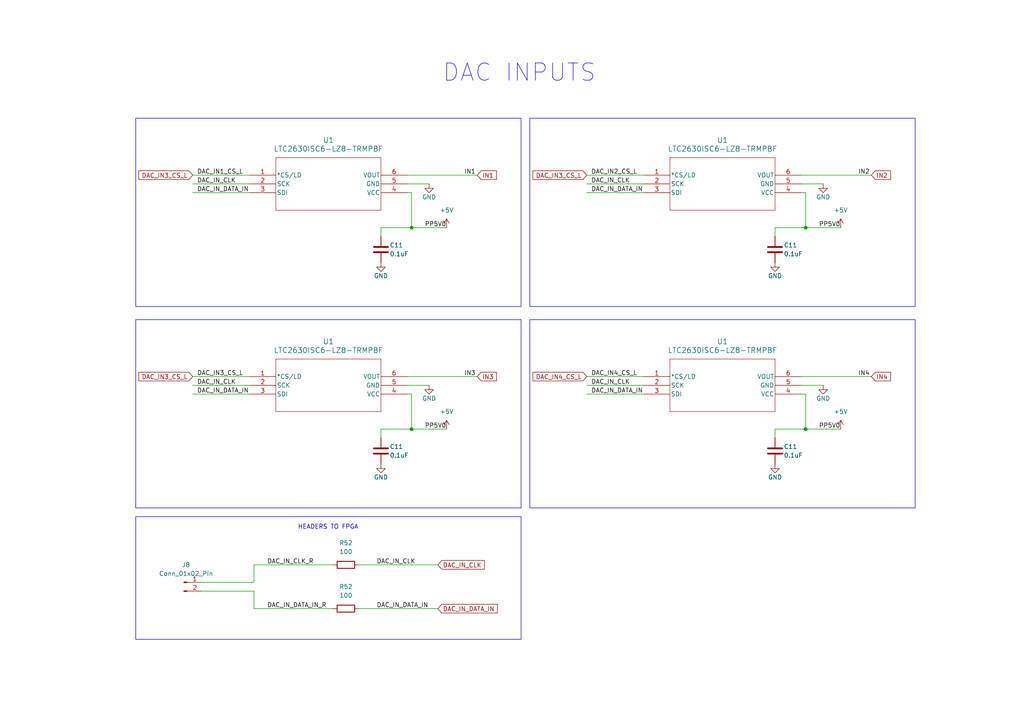
<source format=kicad_sch>
(kicad_sch (version 20230121) (generator eeschema)
  (paper "A4")
  (lib_symbols
    (symbol "Connector:Conn_01x02_Pin" (pin_names (offset 1.016) hide)
      (property "Reference" "J" (at 0 2.54 0))
      (property "Value" "Conn_01x02_Pin" (at 0 -5.08 0))
      (symbol "Conn_01x02_Pin_1_1"
        (polyline (pts (xy 1.27 -2.54) (xy 0.8636 -2.54)) (stroke (width 0.1524)))
        (polyline (pts (xy 1.27 0) (xy 0.8636 0)) (stroke (width 0.1524)))
        (rectangle (start 0.8636 -2.413) (end 0 -2.667) (stroke (width 0.1524)) (fill (type outline)))
        (rectangle (start 0.8636 0.127) (end 0 -0.127) (stroke (width 0.1524)) (fill (type outline)))
        (pin passive line (at 5.08 0 180) (length 3.81) (name "Pin_1") (number "1"))
        (pin passive line (at 5.08 -2.54 180) (length 3.81) (name "Pin_2") (number "2"))
      )
    )
    (symbol "Device:C" (pin_numbers hide) (pin_names (offset 0.254))
      (property "Reference" "C" (at 0.635 2.54 0))
      (property "Value" "C" (at 0.635 -2.54 0))
      (symbol "C_0_1"
        (polyline (pts (xy -2.032 -0.762) (xy 2.032 -0.762)) (stroke (width 0.508)))
        (polyline (pts (xy -2.032 0.762) (xy 2.032 0.762)) (stroke (width 0.508)))
      )
      (symbol "C_1_1"
        (pin passive line (at 0 3.81 270) (length 2.794) (name "~") (number "1"))
        (pin passive line (at 0 -3.81 90) (length 2.794) (name "~") (number "2"))
      )
    )
    (symbol "Device:R" (pin_numbers hide) (pin_names (offset 0))
      (property "Reference" "R" (at 2.032 0 90))
      (property "Value" "R" (at 0 0 90))
      (symbol "R_0_1"
        (rectangle (start -1.016 -2.54) (end 1.016 2.54) (stroke (width 0.254)))
      )
      (symbol "R_1_1"
        (pin passive line (at 0 3.81 270) (length 1.27) (name "~") (number "1"))
        (pin passive line (at 0 -3.81 90) (length 1.27) (name "~") (number "2"))
      )
    )
    (symbol "LTC2630ISC6-LZ8#TRMPBF:LTC2630ISC6-LZ8-TRMPBF" (pin_names (offset 0.254))
      (property "Reference" "U" (at 22.86 10.16 0))
      (property "Value" "LTC2630ISC6-LZ8-TRMPBF" (at 22.86 7.62 0))
      (symbol "LTC2630ISC6-LZ8-TRMPBF_0_1"
        (polyline (pts (xy 7.62 -10.16) (xy 38.1 -10.16)) (stroke (width 0.127)))
        (polyline (pts (xy 7.62 5.08) (xy 7.62 -10.16)) (stroke (width 0.127)))
        (polyline (pts (xy 38.1 -10.16) (xy 38.1 5.08)) (stroke (width 0.127)))
        (polyline (pts (xy 38.1 5.08) (xy 7.62 5.08)) (stroke (width 0.127)))
        (pin input line (at 0 0 0) (length 7.62) (name "*CS/LD") (number "1"))
        (pin input line (at 0 -2.54 0) (length 7.62) (name "SCK") (number "2"))
        (pin input line (at 0 -5.08 0) (length 7.62) (name "SDI") (number "3"))
        (pin power_in line (at 45.72 -5.08 180) (length 7.62) (name "VCC") (number "4"))
        (pin power_out line (at 45.72 -2.54 180) (length 7.62) (name "GND") (number "5"))
        (pin output line (at 45.72 0 180) (length 7.62) (name "VOUT") (number "6"))
      )
    )
    (symbol "power:+5V" (power) (pin_names (offset 0))
      (property "Value" "+5V" (at 0 3.556 0))
      (symbol "+5V_0_1"
        (polyline (pts (xy -0.762 1.27) (xy 0 2.54)))
        (polyline (pts (xy 0 0) (xy 0 2.54)))
        (polyline (pts (xy 0 2.54) (xy 0.762 1.27)))
      )
      (symbol "+5V_1_1"
        (pin power_in line (at 0 0 90) (length 0) hide (name "+5V") (number "1"))
      )
    )
    (symbol "power:GND" (power) (pin_names (offset 0))
      (property "Value" "GND" (at 0 -3.81 0))
      (symbol "GND_0_1"
        (polyline (pts (xy 0 0) (xy 0 -1.27) (xy 1.27 -1.27) (xy 0 -2.54) (xy -1.27 -1.27) (xy 0 -1.27)))
      )
      (symbol "GND_1_1"
        (pin power_in line (at 0 0 270) (length 0) hide (name "GND") (number "1"))
      )
    )
  )
  (junction (at 233.68 124.46))
  (junction (at 119.38 124.46))
  (junction (at 233.68 66.04))
  (junction (at 119.38 66.04))
  (wire (pts (xy 170.18 55.88) (xy 186.69 55.88)))
  (wire (pts (xy 232.41 109.22) (xy 252.73 109.22)))
  (wire (pts (xy 224.79 124.46) (xy 224.79 127)))
  (wire (pts (xy 170.18 50.8) (xy 186.69 50.8)))
  (wire (pts (xy 104.14 163.83) (xy 127 163.83)))
  (wire (pts (xy 119.38 124.46) (xy 129.54 124.46)))
  (wire (pts (xy 73.66 176.53) (xy 96.52 176.53)))
  (wire (pts (xy 118.11 109.22) (xy 138.43 109.22)))
  (wire (pts (xy 119.38 114.3) (xy 119.38 124.46)))
  (wire (pts (xy 224.79 66.04) (xy 224.79 68.58)))
  (wire (pts (xy 73.66 163.83) (xy 96.52 163.83)))
  (wire (pts (xy 58.42 171.45) (xy 73.66 171.45)))
  (wire (pts (xy 224.79 66.04) (xy 233.68 66.04)))
  (wire (pts (xy 119.38 114.3) (xy 118.11 114.3)))
  (wire (pts (xy 232.41 111.76) (xy 238.76 111.76)))
  (wire (pts (xy 55.88 111.76) (xy 72.39 111.76)))
  (wire (pts (xy 119.38 55.88) (xy 118.11 55.88)))
  (wire (pts (xy 233.68 55.88) (xy 232.41 55.88)))
  (wire (pts (xy 104.14 176.53) (xy 127 176.53)))
  (wire (pts (xy 170.18 53.34) (xy 186.69 53.34)))
  (wire (pts (xy 110.49 66.04) (xy 119.38 66.04)))
  (wire (pts (xy 233.68 124.46) (xy 243.84 124.46)))
  (wire (pts (xy 55.88 53.34) (xy 72.39 53.34)))
  (wire (pts (xy 233.68 114.3) (xy 232.41 114.3)))
  (wire (pts (xy 232.41 50.8) (xy 252.73 50.8)))
  (wire (pts (xy 110.49 66.04) (xy 110.49 68.58)))
  (wire (pts (xy 119.38 66.04) (xy 129.54 66.04)))
  (wire (pts (xy 110.49 124.46) (xy 119.38 124.46)))
  (wire (pts (xy 170.18 109.22) (xy 186.69 109.22)))
  (wire (pts (xy 224.79 124.46) (xy 233.68 124.46)))
  (wire (pts (xy 58.42 168.91) (xy 73.66 168.91)))
  (wire (pts (xy 55.88 114.3) (xy 72.39 114.3)))
  (wire (pts (xy 73.66 168.91) (xy 73.66 163.83)))
  (wire (pts (xy 170.18 111.76) (xy 186.69 111.76)))
  (wire (pts (xy 233.68 55.88) (xy 233.68 66.04)))
  (wire (pts (xy 55.88 109.22) (xy 72.39 109.22)))
  (wire (pts (xy 118.11 53.34) (xy 124.46 53.34)))
  (wire (pts (xy 233.68 66.04) (xy 243.84 66.04)))
  (wire (pts (xy 119.38 55.88) (xy 119.38 66.04)))
  (wire (pts (xy 232.41 53.34) (xy 238.76 53.34)))
  (wire (pts (xy 118.11 111.76) (xy 124.46 111.76)))
  (wire (pts (xy 73.66 171.45) (xy 73.66 176.53)))
  (wire (pts (xy 233.68 114.3) (xy 233.68 124.46)))
  (wire (pts (xy 55.88 55.88) (xy 72.39 55.88)))
  (wire (pts (xy 170.18 114.3) (xy 186.69 114.3)))
  (wire (pts (xy 55.88 50.8) (xy 72.39 50.8)))
  (wire (pts (xy 110.49 124.46) (xy 110.49 127)))
  (wire (pts (xy 118.11 50.8) (xy 138.43 50.8)))
  (rectangle (start 153.67 92.71) (end 265.43 147.32))
  (rectangle (start 39.37 34.29) (end 151.13 88.9))
  (rectangle (start 153.67 34.29) (end 265.43 88.9))
  (rectangle (start 39.37 149.86) (end 151.13 185.42))
  (rectangle (start 39.37 92.71) (end 151.13 147.32))
  (text "DAC INPUTS" (at 128.27 24.13 0) (effects (font (size 5 5)) (justify left bottom)))
  (text "HEADERS TO FPGA" (at 86.36 153.67 0) (effects (font (size 1.27 1.27)) (justify left bottom)))
  (label "DAC_IN_DATA_IN_R" (at 77.47 176.53 0))
  (label "DAC_IN1_CS_L" (at 57.15 50.8 0))
  (label "DAC_IN_DATA_IN" (at 171.45 55.88 0))
  (label "DAC_IN2_CS_L" (at 171.45 50.8 0))
  (label "PP5V0" (at 123.19 124.46 0))
  (label "DAC_IN_CLK" (at 57.15 53.34 0))
  (label "IN3" (at 134.62 109.22 0))
  (label "DAC_IN_CLK" (at 171.45 111.76 0))
  (label "PP5V0" (at 123.19 66.04 0))
  (label "IN4" (at 248.92 109.22 0))
  (label "IN1" (at 134.62 50.8 0))
  (label "DAC_IN_CLK" (at 57.15 111.76 0))
  (label "IN2" (at 248.92 50.8 0))
  (label "DAC_IN_DATA_IN" (at 109.22 176.53 0))
  (label "DAC_IN_CLK" (at 171.45 53.34 0))
  (label "DAC_IN_DATA_IN" (at 57.15 55.88 0))
  (label "DAC_IN3_CS_L" (at 57.15 109.22 0))
  (label "PP5V0" (at 237.49 124.46 0))
  (label "DAC_IN_DATA_IN" (at 171.45 114.3 0))
  (label "DAC_IN_CLK_R" (at 77.47 163.83 0))
  (label "DAC_IN_CLK" (at 109.22 163.83 0))
  (label "DAC_IN4_CS_L" (at 171.45 109.22 0))
  (label "PP5V0" (at 237.49 66.04 0))
  (label "DAC_IN_DATA_IN" (at 57.15 114.3 0))
  (global_label "IN2" (shape input) (at 252.73 50.8 0) (property "Intersheetrefs" "${INTERSHEET_REFS}" (effects hide)))
  (global_label "DAC_IN3_CS_L" (shape input) (at 55.88 50.8 180) (property "Intersheetrefs" "${INTERSHEET_REFS}" (effects hide)))
  (global_label "IN1" (shape input) (at 138.43 50.8 0) (property "Intersheetrefs" "${INTERSHEET_REFS}" (effects hide)))
  (global_label "DAC_IN_DATA_IN" (shape input) (at 127 176.53 0) (property "Intersheetrefs" "${INTERSHEET_REFS}" (effects hide)))
  (global_label "DAC_IN4_CS_L" (shape input) (at 170.18 109.22 180) (property "Intersheetrefs" "${INTERSHEET_REFS}" (effects hide)))
  (global_label "IN3" (shape input) (at 138.43 109.22 0) (property "Intersheetrefs" "${INTERSHEET_REFS}" (effects hide)))
  (global_label "DAC_IN3_CS_L" (shape input) (at 55.88 109.22 180) (property "Intersheetrefs" "${INTERSHEET_REFS}" (effects hide)))
  (global_label "DAC_IN_CLK" (shape input) (at 127 163.83 0) (property "Intersheetrefs" "${INTERSHEET_REFS}" (effects hide)))
  (global_label "DAC_IN3_CS_L" (shape input) (at 170.18 50.8 180) (property "Intersheetrefs" "${INTERSHEET_REFS}" (effects hide)))
  (global_label "IN4" (shape input) (at 252.73 109.22 0) (property "Intersheetrefs" "${INTERSHEET_REFS}" (effects hide)))
  (symbol (lib_id "Device:C") (at 110.49 72.39 0) (unit 1)
    (property "Reference" "C11" (at 113.03 71.12 0) (effects (justify left)))
    (property "Value" "0.1uF" (at 113.03 73.66 0) (effects (justify left)))
    (property "Footprint" "Capacitor_SMD:C_0805_2012Metric" (effects hide))
    (instances (project "fydp" (path "" (reference "C11") (unit 1)) (path "" (reference "C27") (unit 1)) (path "" (reference "C51") (unit 1)) (path "" (reference "C194") (unit 1))))
  )
  (symbol (lib_id "power:GND") (at 124.46 53.34 0) (unit 1)
    (property "Reference" "#PWR01" (effects hide))
    (property "Value" "GND" (at 124.46 57.15 0))
    (instances (project "fydp" (path "" (reference "#PWR01") (unit 1)) (path "" (reference "#PWR043") (unit 1)) (path "" (reference "#PWR079") (unit 1)) (path "" (reference "#PWR0292") (unit 1))))
  )
  (symbol (lib_id "Device:C") (at 224.79 72.39 0) (unit 1)
    (property "Reference" "C11" (at 227.33 71.12 0) (effects (justify left)))
    (property "Value" "0.1uF" (at 227.33 73.66 0) (effects (justify left)))
    (property "Footprint" "Capacitor_SMD:C_0805_2012Metric" (effects hide))
    (instances (project "fydp" (path "" (reference "C11") (unit 1)) (path "" (reference "C27") (unit 1)) (path "" (reference "C51") (unit 1)) (path "" (reference "C197") (unit 1))))
  )
  (symbol (lib_id "Device:R") (at 100.33 176.53 270) (unit 1)
    (property "Reference" "R52" (at 100.33 170.18 90))
    (property "Value" "100" (at 100.33 172.72 90))
    (property "Footprint" "Resistor_SMD:R_0805_2012Metric" (effects hide))
    (instances (project "fydp" (path "" (reference "R52") (unit 1)) (path "" (reference "R78") (unit 1))))
  )
  (symbol (lib_id "power:GND") (at 124.46 111.76 0) (unit 1)
    (property "Reference" "#PWR01" (effects hide))
    (property "Value" "GND" (at 124.46 115.57 0))
    (instances (project "fydp" (path "" (reference "#PWR01") (unit 1)) (path "" (reference "#PWR043") (unit 1)) (path "" (reference "#PWR079") (unit 1)) (path "" (reference "#PWR0300") (unit 1))))
  )
  (symbol (lib_id "power:+5V") (at 129.54 66.04 0) (unit 1)
    (property "Reference" "#PWR021" (effects hide))
    (property "Value" "+5V" (at 129.54 60.96 0))
    (instances (project "fydp" (path "" (reference "#PWR021") (unit 1)) (path "" (reference "#PWR041") (unit 1))))
  )
  (symbol (lib_id "power:GND") (at 238.76 53.34 0) (unit 1)
    (property "Reference" "#PWR01" (effects hide))
    (property "Value" "GND" (at 238.76 57.15 0))
    (instances (project "fydp" (path "" (reference "#PWR01") (unit 1)) (path "" (reference "#PWR043") (unit 1)) (path "" (reference "#PWR079") (unit 1)) (path "" (reference "#PWR0296") (unit 1))))
  )
  (symbol (lib_id "LTC2630ISC6-LZ8#TRMPBF:LTC2630ISC6-LZ8-TRMPBF") (at 186.69 109.22 0) (unit 1)
    (property "Reference" "U1" (at 209.55 99.06 0) (effects (font (size 1.524 1.524))))
    (property "Value" "LTC2630ISC6-LZ8-TRMPBF" (at 209.55 101.6 0) (effects (font (size 1.524 1.524))))
    (property "Footprint" "Package_TO_SOT_SMD:SOT-363_SC-70-6_Handsoldering" (effects hide))
    (property "Datasheet" "LTC2630ISC6-LZ8-TRMPBF" (effects hide))
    (instances (project "fydp" (path "" (reference "U1") (unit 1)) (path "" (reference "U7") (unit 1)) (path "" (reference "U13") (unit 1)) (path "" (reference "U52") (unit 1))))
  )
  (symbol (lib_id "power:GND") (at 224.79 134.62 0) (unit 1)
    (property "Reference" "#PWR017" (effects hide))
    (property "Value" "GND" (at 224.79 138.43 0))
    (instances (project "fydp" (path "" (reference "#PWR017") (unit 1)) (path "" (reference "#PWR039") (unit 1)) (path "" (reference "#PWR075") (unit 1)) (path "" (reference "#PWR0302") (unit 1))))
  )
  (symbol (lib_id "LTC2630ISC6-LZ8#TRMPBF:LTC2630ISC6-LZ8-TRMPBF") (at 72.39 109.22 0) (unit 1)
    (property "Reference" "U1" (at 95.25 99.06 0) (effects (font (size 1.524 1.524))))
    (property "Value" "LTC2630ISC6-LZ8-TRMPBF" (at 95.25 101.6 0) (effects (font (size 1.524 1.524))))
    (property "Footprint" "Package_TO_SOT_SMD:SOT-363_SC-70-6_Handsoldering" (effects hide))
    (property "Datasheet" "LTC2630ISC6-LZ8-TRMPBF" (effects hide))
    (instances (project "fydp" (path "" (reference "U1") (unit 1)) (path "" (reference "U7") (unit 1)) (path "" (reference "U13") (unit 1)) (path "" (reference "U51") (unit 1))))
  )
  (symbol (lib_id "power:+5V") (at 243.84 124.46 0) (unit 1)
    (property "Reference" "#PWR021" (effects hide))
    (property "Value" "+5V" (at 243.84 119.38 0))
    (instances (project "fydp" (path "" (reference "#PWR021") (unit 1)) (path "" (reference "#PWR049") (unit 1))))
  )
  (symbol (lib_id "power:GND") (at 110.49 76.2 0) (unit 1)
    (property "Reference" "#PWR017" (effects hide))
    (property "Value" "GND" (at 110.49 80.01 0))
    (instances (project "fydp" (path "" (reference "#PWR017") (unit 1)) (path "" (reference "#PWR039") (unit 1)) (path "" (reference "#PWR075") (unit 1)) (path "" (reference "#PWR0290") (unit 1))))
  )
  (symbol (lib_id "power:GND") (at 224.79 76.2 0) (unit 1)
    (property "Reference" "#PWR017" (effects hide))
    (property "Value" "GND" (at 224.79 80.01 0))
    (instances (project "fydp" (path "" (reference "#PWR017") (unit 1)) (path "" (reference "#PWR039") (unit 1)) (path "" (reference "#PWR075") (unit 1)) (path "" (reference "#PWR0294") (unit 1))))
  )
  (symbol (lib_id "Device:C") (at 110.49 130.81 0) (unit 1)
    (property "Reference" "C11" (at 113.03 129.54 0) (effects (justify left)))
    (property "Value" "0.1uF" (at 113.03 132.08 0) (effects (justify left)))
    (property "Footprint" "Capacitor_SMD:C_0805_2012Metric" (effects hide))
    (instances (project "fydp" (path "" (reference "C11") (unit 1)) (path "" (reference "C27") (unit 1)) (path "" (reference "C51") (unit 1)) (path "" (reference "C200") (unit 1))))
  )
  (symbol (lib_id "LTC2630ISC6-LZ8#TRMPBF:LTC2630ISC6-LZ8-TRMPBF") (at 186.69 50.8 0) (unit 1)
    (property "Reference" "U1" (at 209.55 40.64 0) (effects (font (size 1.524 1.524))))
    (property "Value" "LTC2630ISC6-LZ8-TRMPBF" (at 209.55 43.18 0) (effects (font (size 1.524 1.524))))
    (property "Footprint" "Package_TO_SOT_SMD:SOT-363_SC-70-6_Handsoldering" (effects hide))
    (property "Datasheet" "LTC2630ISC6-LZ8-TRMPBF" (effects hide))
    (instances (project "fydp" (path "" (reference "U1") (unit 1)) (path "" (reference "U7") (unit 1)) (path "" (reference "U13") (unit 1)) (path "" (reference "U50") (unit 1))))
  )
  (symbol (lib_id "Connector:Conn_01x02_Pin") (at 53.34 168.91 0) (unit 1)
    (property "Reference" "J8" (at 53.975 163.83 0))
    (property "Value" "Conn_01x02_Pin" (at 53.975 166.37 0))
    (property "Footprint" "Connector_PinHeader_2.54mm:PinHeader_1x02_P2.54mm_Vertical" (effects hide))
    (instances (project "fydp" (path "" (reference "J8") (unit 1)) (path "" (reference "J9") (unit 1))))
  )
  (symbol (lib_id "Device:R") (at 100.33 163.83 270) (unit 1)
    (property "Reference" "R52" (at 100.33 157.48 90))
    (property "Value" "100" (at 100.33 160.02 90))
    (property "Footprint" "Resistor_SMD:R_0805_2012Metric" (effects hide))
    (instances (project "fydp" (path "" (reference "R52") (unit 1)) (path "" (reference "R77") (unit 1))))
  )
  (symbol (lib_id "power:GND") (at 238.76 111.76 0) (unit 1)
    (property "Reference" "#PWR01" (effects hide))
    (property "Value" "GND" (at 238.76 115.57 0))
    (instances (project "fydp" (path "" (reference "#PWR01") (unit 1)) (path "" (reference "#PWR043") (unit 1)) (path "" (reference "#PWR079") (unit 1)) (path "" (reference "#PWR0304") (unit 1))))
  )
  (symbol (lib_id "power:GND") (at 110.49 134.62 0) (unit 1)
    (property "Reference" "#PWR017" (effects hide))
    (property "Value" "GND" (at 110.49 138.43 0))
    (instances (project "fydp" (path "" (reference "#PWR017") (unit 1)) (path "" (reference "#PWR039") (unit 1)) (path "" (reference "#PWR075") (unit 1)) (path "" (reference "#PWR0298") (unit 1))))
  )
  (symbol (lib_id "power:+5V") (at 129.54 124.46 0) (unit 1)
    (property "Reference" "#PWR021" (effects hide))
    (property "Value" "+5V" (at 129.54 119.38 0))
    (instances (project "fydp" (path "" (reference "#PWR021") (unit 1)) (path "" (reference "#PWR050") (unit 1))))
  )
  (symbol (lib_id "power:+5V") (at 243.84 66.04 0) (unit 1)
    (property "Reference" "#PWR021" (effects hide))
    (property "Value" "+5V" (at 243.84 60.96 0))
    (instances (project "fydp" (path "" (reference "#PWR021") (unit 1)) (path "" (reference "#PWR042") (unit 1))))
  )
  (symbol (lib_id "LTC2630ISC6-LZ8#TRMPBF:LTC2630ISC6-LZ8-TRMPBF") (at 72.39 50.8 0) (unit 1)
    (property "Reference" "U1" (at 95.25 40.64 0) (effects (font (size 1.524 1.524))))
    (property "Value" "LTC2630ISC6-LZ8-TRMPBF" (at 95.25 43.18 0) (effects (font (size 1.524 1.524))))
    (property "Footprint" "Package_TO_SOT_SMD:SOT-363_SC-70-6_Handsoldering" (effects hide))
    (property "Datasheet" "LTC2630ISC6-LZ8-TRMPBF" (effects hide))
    (instances (project "fydp" (path "" (reference "U1") (unit 1)) (path "" (reference "U7") (unit 1)) (path "" (reference "U13") (unit 1)) (path "" (reference "U49") (unit 1))))
  )
  (symbol (lib_id "Device:C") (at 224.79 130.81 0) (unit 1)
    (property "Reference" "C11" (at 227.33 129.54 0) (effects (justify left)))
    (property "Value" "0.1uF" (at 227.33 132.08 0) (effects (justify left)))
    (property "Footprint" "Capacitor_SMD:C_0805_2012Metric" (effects hide))
    (instances (project "fydp" (path "" (reference "C11") (unit 1)) (path "" (reference "C27") (unit 1)) (path "" (reference "C51") (unit 1)) (path "" (reference "C203") (unit 1))))
  )
)
</source>
